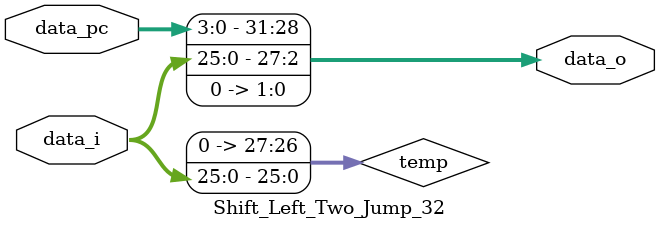
<source format=v>

module Shift_Left_Two_Jump_32(
    data_i,
	data_pc,
    data_o
    );

//I/O ports                    
input [25:0] data_i;
input [3:0] data_pc;
output [32-1:0] data_o;

//shift left 2
reg[31:0] data_o;
reg[27:0] temp;
always@(data_i)
begin
	temp=data_i;
	data_o[31:28]<=data_pc;
	data_o[27:0]=(temp<<2);
end
endmodule

</source>
